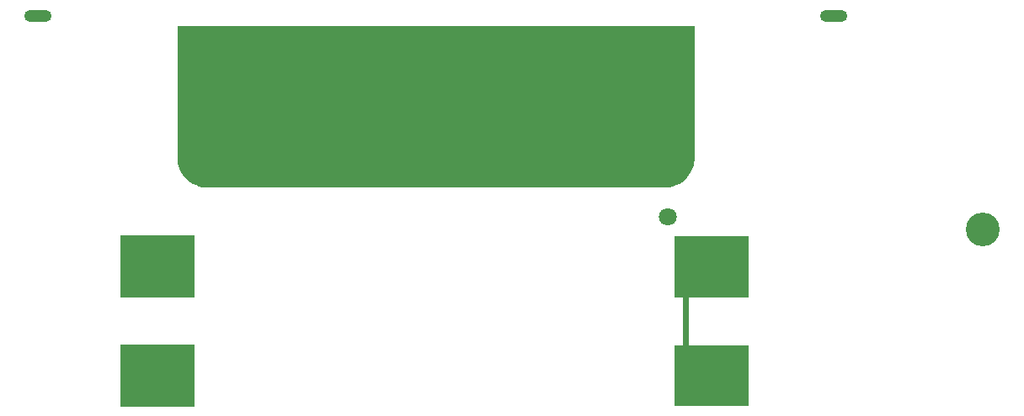
<source format=gbs>
%TF.GenerationSoftware,KiCad,Pcbnew,8.0.2-1*%
%TF.CreationDate,2024-07-01T16:56:04+01:00*%
%TF.ProjectId,solderbit-gamepad,736f6c64-6572-4626-9974-2d67616d6570,v1.4*%
%TF.SameCoordinates,Original*%
%TF.FileFunction,Soldermask,Bot*%
%TF.FilePolarity,Negative*%
%FSLAX46Y46*%
G04 Gerber Fmt 4.6, Leading zero omitted, Abs format (unit mm)*
G04 Created by KiCad (PCBNEW 8.0.2-1) date 2024-07-01 16:56:04*
%MOMM*%
%LPD*%
G01*
G04 APERTURE LIST*
G04 Aperture macros list*
%AMRoundRect*
0 Rectangle with rounded corners*
0 $1 Rounding radius*
0 $2 $3 $4 $5 $6 $7 $8 $9 X,Y pos of 4 corners*
0 Add a 4 corners polygon primitive as box body*
4,1,4,$2,$3,$4,$5,$6,$7,$8,$9,$2,$3,0*
0 Add four circle primitives for the rounded corners*
1,1,$1+$1,$2,$3*
1,1,$1+$1,$4,$5*
1,1,$1+$1,$6,$7*
1,1,$1+$1,$8,$9*
0 Add four rect primitives between the rounded corners*
20,1,$1+$1,$2,$3,$4,$5,0*
20,1,$1+$1,$4,$5,$6,$7,0*
20,1,$1+$1,$6,$7,$8,$9,0*
20,1,$1+$1,$8,$9,$2,$3,0*%
%AMFreePoly0*
4,1,29,3.751870,14.076870,3.763000,14.050000,3.763000,7.950000,3.751870,7.923130,3.725000,7.912000,-2.290440,7.912000,-2.288343,3.088000,3.725000,3.088000,3.751870,3.076870,3.763000,3.050000,3.763000,-3.050000,3.751870,-3.076870,3.725000,-3.088000,-3.725000,-3.088000,-3.751870,-3.076870,-3.763000,-3.050000,-3.763000,3.050000,-3.751870,3.076870,-3.725000,3.088000,-2.859560,3.088000,
-2.861657,7.912000,-3.725000,7.912000,-3.751870,7.923130,-3.763000,7.950000,-3.763000,14.050000,-3.751870,14.076870,-3.725000,14.088000,3.725000,14.088000,3.751870,14.076870,3.751870,14.076870,$1*%
G04 Aperture macros list end*
%ADD10C,0.000000*%
%ADD11O,2.776000X1.176000*%
%ADD12C,1.800000*%
%ADD13FreePoly0,0.000000*%
%ADD14RoundRect,0.038000X-3.725000X-3.050000X3.725000X-3.050000X3.725000X3.050000X-3.725000X3.050000X0*%
%ADD15C,3.400000*%
G04 APERTURE END LIST*
D10*
G36*
X130264719Y-51814719D02*
G01*
X130262399Y-51983065D01*
X130224701Y-52317640D01*
X130149780Y-52645891D01*
X130038578Y-52963689D01*
X129892492Y-53267038D01*
X129713361Y-53552123D01*
X129503437Y-53815360D01*
X129265360Y-54053437D01*
X129002123Y-54263361D01*
X128717038Y-54442492D01*
X128413689Y-54588578D01*
X128095891Y-54699780D01*
X127767640Y-54774701D01*
X127433065Y-54812399D01*
X127264719Y-54814719D01*
X81264720Y-54814719D01*
X81096374Y-54812399D01*
X80761799Y-54774701D01*
X80433548Y-54699780D01*
X80115750Y-54588578D01*
X79812400Y-54442492D01*
X79527315Y-54263361D01*
X79264078Y-54053437D01*
X79026001Y-53815360D01*
X78816077Y-53552123D01*
X78636946Y-53267038D01*
X78490860Y-52963688D01*
X78379658Y-52645890D01*
X78304737Y-52317639D01*
X78267039Y-51983064D01*
X78264719Y-51814718D01*
X78264719Y-38564719D01*
X130264719Y-38564719D01*
X130264719Y-51814719D01*
G37*
D11*
X144264719Y-37514719D03*
X64264719Y-37514719D03*
D12*
X127575000Y-57800000D03*
D13*
X132000000Y-73750000D03*
D14*
X76250000Y-62750000D03*
X76250000Y-73750000D03*
D15*
X159264719Y-59014719D03*
M02*

</source>
